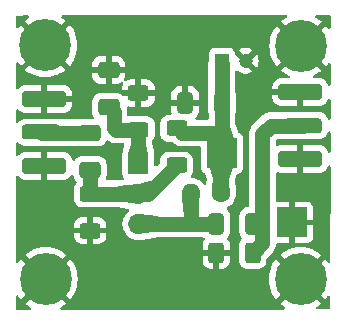
<source format=gbr>
%TF.GenerationSoftware,KiCad,Pcbnew,8.99.0-unknown-f907b58d17~178~ubuntu22.04.1*%
%TF.CreationDate,2024-06-08T22:31:25+05:30*%
%TF.ProjectId,HF-Pre-Amp,48462d50-7265-42d4-916d-702e6b696361,rev?*%
%TF.SameCoordinates,Original*%
%TF.FileFunction,Copper,L1,Top*%
%TF.FilePolarity,Positive*%
%FSLAX46Y46*%
G04 Gerber Fmt 4.6, Leading zero omitted, Abs format (unit mm)*
G04 Created by KiCad (PCBNEW 8.99.0-unknown-f907b58d17~178~ubuntu22.04.1) date 2024-06-08 22:31:25*
%MOMM*%
%LPD*%
G01*
G04 APERTURE LIST*
G04 Aperture macros list*
%AMRoundRect*
0 Rectangle with rounded corners*
0 $1 Rounding radius*
0 $2 $3 $4 $5 $6 $7 $8 $9 X,Y pos of 4 corners*
0 Add a 4 corners polygon primitive as box body*
4,1,4,$2,$3,$4,$5,$6,$7,$8,$9,$2,$3,0*
0 Add four circle primitives for the rounded corners*
1,1,$1+$1,$2,$3*
1,1,$1+$1,$4,$5*
1,1,$1+$1,$6,$7*
1,1,$1+$1,$8,$9*
0 Add four rect primitives between the rounded corners*
20,1,$1+$1,$2,$3,$4,$5,0*
20,1,$1+$1,$4,$5,$6,$7,0*
20,1,$1+$1,$6,$7,$8,$9,0*
20,1,$1+$1,$8,$9,$2,$3,0*%
G04 Aperture macros list end*
%TA.AperFunction,SMDPad,CuDef*%
%ADD10RoundRect,0.250000X-0.412500X-0.650000X0.412500X-0.650000X0.412500X0.650000X-0.412500X0.650000X0*%
%TD*%
%TA.AperFunction,SMDPad,CuDef*%
%ADD11RoundRect,0.250000X-0.400000X-0.625000X0.400000X-0.625000X0.400000X0.625000X-0.400000X0.625000X0*%
%TD*%
%TA.AperFunction,ComponentPad*%
%ADD12R,2.500000X2.500000*%
%TD*%
%TA.AperFunction,ComponentPad*%
%ADD13R,1.700000X1.700000*%
%TD*%
%TA.AperFunction,ComponentPad*%
%ADD14O,1.700000X1.700000*%
%TD*%
%TA.AperFunction,SMDPad,CuDef*%
%ADD15RoundRect,0.250000X-0.650000X0.412500X-0.650000X-0.412500X0.650000X-0.412500X0.650000X0.412500X0*%
%TD*%
%TA.AperFunction,SMDPad,CuDef*%
%ADD16RoundRect,0.250000X-0.625000X0.400000X-0.625000X-0.400000X0.625000X-0.400000X0.625000X0.400000X0*%
%TD*%
%TA.AperFunction,SMDPad,CuDef*%
%ADD17RoundRect,0.250000X1.350000X-0.385000X1.350000X0.385000X-1.350000X0.385000X-1.350000X-0.385000X0*%
%TD*%
%TA.AperFunction,SMDPad,CuDef*%
%ADD18RoundRect,0.250000X1.600000X-0.425000X1.600000X0.425000X-1.600000X0.425000X-1.600000X-0.425000X0*%
%TD*%
%TA.AperFunction,SMDPad,CuDef*%
%ADD19RoundRect,0.250000X-1.350000X0.385000X-1.350000X-0.385000X1.350000X-0.385000X1.350000X0.385000X0*%
%TD*%
%TA.AperFunction,SMDPad,CuDef*%
%ADD20RoundRect,0.250000X-1.600000X0.425000X-1.600000X-0.425000X1.600000X-0.425000X1.600000X0.425000X0*%
%TD*%
%TA.AperFunction,ComponentPad*%
%ADD21C,0.700000*%
%TD*%
%TA.AperFunction,ComponentPad*%
%ADD22C,4.400000*%
%TD*%
%TA.AperFunction,ComponentPad*%
%ADD23R,1.200000X1.200000*%
%TD*%
%TA.AperFunction,ComponentPad*%
%ADD24C,1.200000*%
%TD*%
%TA.AperFunction,ComponentPad*%
%ADD25C,1.600000*%
%TD*%
%TA.AperFunction,ComponentPad*%
%ADD26O,1.600000X1.600000*%
%TD*%
%TA.AperFunction,SMDPad,CuDef*%
%ADD27RoundRect,0.250000X0.625000X-0.400000X0.625000X0.400000X-0.625000X0.400000X-0.625000X-0.400000X0*%
%TD*%
%TA.AperFunction,ViaPad*%
%ADD28C,0.800000*%
%TD*%
%TA.AperFunction,Conductor*%
%ADD29C,1.270000*%
%TD*%
G04 APERTURE END LIST*
D10*
%TO.P,C2,1*%
%TO.N,GND*%
X99677500Y-100500000D03*
%TO.P,C2,2*%
%TO.N,+12V*%
X102802500Y-100500000D03*
%TD*%
D11*
%TO.P,R2,1*%
%TO.N,GND*%
X102310000Y-113190000D03*
%TO.P,R2,2*%
%TO.N,Net-(OUT1-In)*%
X105410000Y-113190000D03*
%TD*%
D12*
%TO.P,VDC1,1,Pin_1*%
%TO.N,+12V*%
X102810000Y-104750000D03*
%TD*%
D13*
%TO.P,Q1,1,E*%
%TO.N,Net-(Q1-E)*%
X95730000Y-105680000D03*
D14*
%TO.P,Q1,2,B*%
%TO.N,Net-(Q1-B)*%
X95730000Y-108220000D03*
%TO.P,Q1,3,C*%
%TO.N,Net-(Q1-C)*%
X95730000Y-110760000D03*
%TD*%
D15*
%TO.P,C1,1*%
%TO.N,Net-(IN1-In)*%
X91630000Y-103040000D03*
%TO.P,C1,2*%
%TO.N,Net-(Q1-B)*%
X91630000Y-106165000D03*
%TD*%
D16*
%TO.P,R5,1*%
%TO.N,GND*%
X95730000Y-99680000D03*
%TO.P,R5,2*%
%TO.N,Net-(Q1-E)*%
X95730000Y-102780000D03*
%TD*%
D17*
%TO.P,OUT1,1,In*%
%TO.N,Net-(OUT1-In)*%
X109680000Y-102435000D03*
D18*
%TO.P,OUT1,2,Ext*%
%TO.N,GND*%
X109430000Y-99610000D03*
X109430000Y-105260000D03*
%TD*%
D19*
%TO.P,IN1,1,In*%
%TO.N,Net-(IN1-In)*%
X87520000Y-103020000D03*
D20*
%TO.P,IN1,2,Ext*%
%TO.N,GND*%
X87770000Y-105845000D03*
X87770000Y-100195000D03*
%TD*%
D21*
%TO.P,H1,1,1*%
%TO.N,GND*%
X86200000Y-95630000D03*
X86683274Y-94463274D03*
X86683274Y-96796726D03*
X87850000Y-93980000D03*
D22*
X87850000Y-95630000D03*
D21*
X87850000Y-97280000D03*
X89016726Y-94463274D03*
X89016726Y-96796726D03*
X89500000Y-95630000D03*
%TD*%
D23*
%TO.P,C3,1*%
%TO.N,+12V*%
X102800000Y-96950000D03*
D24*
%TO.P,C3,2*%
%TO.N,GND*%
X104800000Y-96950000D03*
%TD*%
D12*
%TO.P,GND1,1,Pin_1*%
%TO.N,GND*%
X108760000Y-110640000D03*
%TD*%
D21*
%TO.P,H2,1,1*%
%TO.N,GND*%
X107870000Y-95700000D03*
X108353274Y-94533274D03*
X108353274Y-96866726D03*
X109520000Y-94050000D03*
D22*
X109520000Y-95700000D03*
D21*
X109520000Y-97350000D03*
X110686726Y-94533274D03*
X110686726Y-96866726D03*
X111170000Y-95700000D03*
%TD*%
D10*
%TO.P,C5,1*%
%TO.N,Net-(Q1-C)*%
X102317500Y-110760000D03*
%TO.P,C5,2*%
%TO.N,Net-(OUT1-In)*%
X105442500Y-110760000D03*
%TD*%
D15*
%TO.P,C4,1*%
%TO.N,GND*%
X93210000Y-97730000D03*
%TO.P,C4,2*%
%TO.N,Net-(Q1-E)*%
X93210000Y-100855000D03*
%TD*%
D21*
%TO.P,H3,1,1*%
%TO.N,GND*%
X86230000Y-115430000D03*
X86713274Y-114263274D03*
X86713274Y-116596726D03*
X87880000Y-113780000D03*
D22*
X87880000Y-115430000D03*
D21*
X87880000Y-117080000D03*
X89046726Y-114263274D03*
X89046726Y-116596726D03*
X89530000Y-115430000D03*
%TD*%
D25*
%TO.P,L1,1*%
%TO.N,+12V*%
X102720000Y-108150000D03*
D26*
%TO.P,L1,2*%
%TO.N,Net-(Q1-C)*%
X100180000Y-108150000D03*
%TD*%
D16*
%TO.P,R3,1*%
%TO.N,+12V*%
X98960000Y-102680000D03*
%TO.P,R3,2*%
%TO.N,Net-(Q1-B)*%
X98960000Y-105780000D03*
%TD*%
D27*
%TO.P,R4,1*%
%TO.N,GND*%
X91640000Y-111320000D03*
%TO.P,R4,2*%
%TO.N,Net-(Q1-B)*%
X91640000Y-108220000D03*
%TD*%
D21*
%TO.P,H4,1,1*%
%TO.N,GND*%
X107810000Y-115440000D03*
X108293274Y-114273274D03*
X108293274Y-116606726D03*
X109460000Y-113790000D03*
D22*
X109460000Y-115440000D03*
D21*
X109460000Y-117090000D03*
X110626726Y-114273274D03*
X110626726Y-116606726D03*
X111110000Y-115440000D03*
%TD*%
D28*
%TO.N,GND*%
X104800000Y-102600000D03*
X104800000Y-101400000D03*
X93400000Y-111600000D03*
X93400000Y-110400000D03*
X93600000Y-106200000D03*
X93600000Y-105000000D03*
X97800000Y-99800000D03*
X97800000Y-98600000D03*
X106400000Y-99200000D03*
X106400000Y-98000000D03*
X91000000Y-98200000D03*
X91000000Y-97000000D03*
X86800000Y-112400000D03*
X88200000Y-111200000D03*
X86800000Y-111200000D03*
X86800000Y-110200000D03*
X88200000Y-109000000D03*
X88200000Y-110200000D03*
X86800000Y-109000000D03*
X98600000Y-113800000D03*
X100000000Y-112600000D03*
X100000000Y-113800000D03*
X98600000Y-112600000D03*
X101400000Y-117200000D03*
X99800000Y-117200000D03*
X102800000Y-116000000D03*
X98200000Y-116000000D03*
X102800000Y-117200000D03*
X99800000Y-116000000D03*
X101400000Y-116000000D03*
X98200000Y-117200000D03*
X93600000Y-116000000D03*
X95200000Y-116000000D03*
X92200000Y-117200000D03*
X96800000Y-117200000D03*
X92200000Y-116000000D03*
X95200000Y-117200000D03*
X93600000Y-117200000D03*
X96800000Y-116000000D03*
X100800000Y-96600000D03*
X99400000Y-96600000D03*
X97800000Y-96600000D03*
X96200000Y-96600000D03*
X100800000Y-95400000D03*
X99400000Y-95400000D03*
X97800000Y-95400000D03*
X96200000Y-95400000D03*
%TD*%
D29*
%TO.N,Net-(IN1-In)*%
X91630000Y-103040000D02*
X87540000Y-103040000D01*
%TO.N,Net-(OUT1-In)*%
X106235000Y-103670000D02*
X106235000Y-103120000D01*
X106235000Y-103120000D02*
X106920000Y-102435000D01*
X109680000Y-102435000D02*
X106920000Y-102435000D01*
X106235000Y-112120000D02*
X106235000Y-112365000D01*
X106235000Y-103670000D02*
X106235000Y-112120000D01*
X106235000Y-112365000D02*
X105410000Y-113190000D01*
%TO.N,+12V*%
X102790000Y-103060000D02*
X102810000Y-103080000D01*
X102810000Y-105120000D02*
X102810000Y-103080000D01*
X99420000Y-103060000D02*
X102790000Y-103060000D01*
X102810000Y-103080000D02*
X102810000Y-100507500D01*
X102720000Y-108150000D02*
X102720000Y-104840000D01*
X102785000Y-97200000D02*
X102785000Y-100482500D01*
%TO.N,Net-(Q1-B)*%
X91640000Y-108220000D02*
X91640000Y-106175000D01*
X98960000Y-105780000D02*
X96520000Y-108220000D01*
X95730000Y-108220000D02*
X91640000Y-108220000D01*
X96520000Y-108220000D02*
X95730000Y-108220000D01*
%TO.N,Net-(Q1-E)*%
X95730000Y-102780000D02*
X95730000Y-105680000D01*
X95730000Y-102780000D02*
X93830000Y-102780000D01*
X93830000Y-102780000D02*
X93650000Y-102600000D01*
X93650000Y-102600000D02*
X93650000Y-101295000D01*
X93650000Y-101295000D02*
X93210000Y-100855000D01*
%TO.N,Net-(Q1-C)*%
X95730000Y-110760000D02*
X102137500Y-110760000D01*
X100000000Y-110557500D02*
X100180000Y-110377500D01*
X95730000Y-110760000D02*
X102317500Y-110760000D01*
X100970000Y-110760000D02*
X100000000Y-110760000D01*
X100000000Y-110760000D02*
X100000000Y-110557500D01*
X100180000Y-110377500D02*
X100180000Y-108150000D01*
X102137500Y-110760000D02*
X102277500Y-110620000D01*
X101700000Y-110760000D02*
X100970000Y-110760000D01*
X100000000Y-110760000D02*
X95730000Y-110760000D01*
%TD*%
%TA.AperFunction,Conductor*%
%TO.N,GND*%
G36*
X87040967Y-116146602D02*
G01*
X87163398Y-116269033D01*
X87297262Y-116366290D01*
X86155030Y-117508522D01*
X86155030Y-117508523D01*
X86343423Y-117656118D01*
X86577104Y-117797383D01*
X86624291Y-117848911D01*
X86636130Y-117917770D01*
X86608861Y-117982099D01*
X86551143Y-118021473D01*
X86512954Y-118027500D01*
X85468500Y-118027500D01*
X85401461Y-118007815D01*
X85355706Y-117955011D01*
X85344500Y-117903500D01*
X85344500Y-116899607D01*
X85364185Y-116832568D01*
X85416989Y-116786813D01*
X85486147Y-116776869D01*
X85549703Y-116805894D01*
X85574617Y-116835457D01*
X85653881Y-116966576D01*
X85801476Y-117154968D01*
X86399500Y-116556944D01*
X86513274Y-116556944D01*
X86513274Y-116636508D01*
X86543722Y-116710017D01*
X86599983Y-116766278D01*
X86673492Y-116796726D01*
X86753056Y-116796726D01*
X86826565Y-116766278D01*
X86882826Y-116710017D01*
X86913274Y-116636508D01*
X86913274Y-116556944D01*
X86882826Y-116483435D01*
X86826565Y-116427174D01*
X86753056Y-116396726D01*
X86673492Y-116396726D01*
X86599983Y-116427174D01*
X86543722Y-116483435D01*
X86513274Y-116556944D01*
X86399500Y-116556944D01*
X86943708Y-116012736D01*
X87040967Y-116146602D01*
G37*
%TD.AperFunction*%
%TA.AperFunction,Conductor*%
G36*
X108288708Y-93083185D02*
G01*
X108334463Y-93135989D01*
X108344407Y-93205147D01*
X108315382Y-93268703D01*
X108272559Y-93300576D01*
X108262964Y-93304894D01*
X108262956Y-93304898D01*
X107983422Y-93473881D01*
X107983416Y-93473886D01*
X107795030Y-93621474D01*
X107795029Y-93621476D01*
X108937262Y-94763709D01*
X108803398Y-94860967D01*
X108680967Y-94983398D01*
X108583709Y-95117262D01*
X107959939Y-94493492D01*
X108153274Y-94493492D01*
X108153274Y-94573056D01*
X108183722Y-94646565D01*
X108239983Y-94702826D01*
X108313492Y-94733274D01*
X108393056Y-94733274D01*
X108466565Y-94702826D01*
X108522826Y-94646565D01*
X108553274Y-94573056D01*
X108553274Y-94493492D01*
X108522826Y-94419983D01*
X108466565Y-94363722D01*
X108393056Y-94333274D01*
X108313492Y-94333274D01*
X108239983Y-94363722D01*
X108183722Y-94419983D01*
X108153274Y-94493492D01*
X107959939Y-94493492D01*
X107441476Y-93975029D01*
X107441474Y-93975030D01*
X107293886Y-94163416D01*
X107293881Y-94163422D01*
X107124898Y-94442956D01*
X107124897Y-94442958D01*
X106990839Y-94740824D01*
X106990835Y-94740835D01*
X106893667Y-95052658D01*
X106834786Y-95373961D01*
X106815065Y-95700000D01*
X106834786Y-96026038D01*
X106893667Y-96347341D01*
X106990835Y-96659164D01*
X106990839Y-96659175D01*
X107124897Y-96957041D01*
X107124898Y-96957043D01*
X107293881Y-97236576D01*
X107441476Y-97424968D01*
X108039500Y-96826944D01*
X108153274Y-96826944D01*
X108153274Y-96906508D01*
X108183722Y-96980017D01*
X108239983Y-97036278D01*
X108313492Y-97066726D01*
X108393056Y-97066726D01*
X108466565Y-97036278D01*
X108522826Y-96980017D01*
X108553274Y-96906508D01*
X108553274Y-96826944D01*
X108522826Y-96753435D01*
X108466565Y-96697174D01*
X108393056Y-96666726D01*
X108313492Y-96666726D01*
X108239983Y-96697174D01*
X108183722Y-96753435D01*
X108153274Y-96826944D01*
X108039500Y-96826944D01*
X108583708Y-96282736D01*
X108680967Y-96416602D01*
X108803398Y-96539033D01*
X108937262Y-96636290D01*
X107795030Y-97778522D01*
X107795030Y-97778523D01*
X107983423Y-97926118D01*
X108262956Y-98095101D01*
X108262958Y-98095102D01*
X108491421Y-98197924D01*
X108544475Y-98243388D01*
X108564528Y-98310318D01*
X108545212Y-98377465D01*
X108492661Y-98423509D01*
X108440530Y-98435000D01*
X107780028Y-98435000D01*
X107780012Y-98435001D01*
X107677302Y-98445494D01*
X107510880Y-98500641D01*
X107510875Y-98500643D01*
X107361654Y-98592684D01*
X107237684Y-98716654D01*
X107145643Y-98865875D01*
X107145641Y-98865880D01*
X107090494Y-99032302D01*
X107090493Y-99032309D01*
X107080000Y-99135013D01*
X107080000Y-99360000D01*
X109556000Y-99360000D01*
X109623039Y-99379685D01*
X109668794Y-99432489D01*
X109680000Y-99484000D01*
X109680000Y-100784999D01*
X111079972Y-100784999D01*
X111079986Y-100784998D01*
X111182697Y-100774505D01*
X111349119Y-100719358D01*
X111349124Y-100719356D01*
X111498345Y-100627315D01*
X111622315Y-100503345D01*
X111714356Y-100354124D01*
X111714358Y-100354119D01*
X111758394Y-100221228D01*
X111798166Y-100163783D01*
X111862682Y-100136960D01*
X111931458Y-100149275D01*
X111982658Y-100196818D01*
X112000100Y-100260232D01*
X112000100Y-101823177D01*
X111980415Y-101890216D01*
X111927611Y-101935971D01*
X111858453Y-101945915D01*
X111794897Y-101916890D01*
X111758394Y-101862181D01*
X111745469Y-101823177D01*
X111714814Y-101730666D01*
X111622712Y-101581344D01*
X111498656Y-101457288D01*
X111377711Y-101382689D01*
X111349336Y-101365187D01*
X111349331Y-101365185D01*
X111326845Y-101357734D01*
X111182797Y-101310001D01*
X111182795Y-101310000D01*
X111080016Y-101299500D01*
X111080009Y-101299500D01*
X109769368Y-101299500D01*
X109769366Y-101299500D01*
X106830634Y-101299500D01*
X106771790Y-101308820D01*
X106654101Y-101327460D01*
X106654098Y-101327460D01*
X106484121Y-101382689D01*
X106484118Y-101382690D01*
X106324866Y-101463834D01*
X106241116Y-101524681D01*
X106241115Y-101524680D01*
X106180276Y-101568884D01*
X106180267Y-101568891D01*
X105495272Y-102253889D01*
X105368891Y-102380269D01*
X105368890Y-102380270D01*
X105263831Y-102524869D01*
X105182691Y-102684119D01*
X105180572Y-102690640D01*
X105180571Y-102690639D01*
X105127458Y-102854105D01*
X105127457Y-102854107D01*
X105105835Y-102990634D01*
X105105835Y-102990636D01*
X105099500Y-103030630D01*
X105099500Y-109235568D01*
X105079815Y-109302607D01*
X105027011Y-109348362D01*
X104983122Y-109359089D01*
X104983132Y-109359180D01*
X104982483Y-109359246D01*
X104981830Y-109359406D01*
X104980007Y-109359499D01*
X104877203Y-109370000D01*
X104877200Y-109370001D01*
X104710668Y-109425185D01*
X104710663Y-109425187D01*
X104561342Y-109517289D01*
X104437289Y-109641342D01*
X104345187Y-109790663D01*
X104345186Y-109790666D01*
X104290001Y-109957203D01*
X104290001Y-109957204D01*
X104290000Y-109957204D01*
X104279500Y-110059983D01*
X104279500Y-111460001D01*
X104279501Y-111460018D01*
X104290000Y-111562796D01*
X104290001Y-111562799D01*
X104312732Y-111631395D01*
X104345186Y-111729334D01*
X104433612Y-111872697D01*
X104437289Y-111878657D01*
X104448451Y-111889819D01*
X104481936Y-111951142D01*
X104476952Y-112020834D01*
X104448451Y-112065181D01*
X104417289Y-112096342D01*
X104325187Y-112245663D01*
X104325185Y-112245668D01*
X104303101Y-112312315D01*
X104270001Y-112412203D01*
X104270001Y-112412204D01*
X104270000Y-112412204D01*
X104259500Y-112514983D01*
X104259500Y-113865001D01*
X104259501Y-113865018D01*
X104270000Y-113967796D01*
X104270001Y-113967799D01*
X104308364Y-114083568D01*
X104325186Y-114134334D01*
X104417288Y-114283656D01*
X104541344Y-114407712D01*
X104690666Y-114499814D01*
X104857203Y-114554999D01*
X104959991Y-114565500D01*
X105860008Y-114565499D01*
X105860016Y-114565498D01*
X105860019Y-114565498D01*
X105916302Y-114559748D01*
X105962797Y-114554999D01*
X106129334Y-114499814D01*
X106278656Y-114407712D01*
X106402712Y-114283656D01*
X106494814Y-114134334D01*
X106549999Y-113967797D01*
X106560500Y-113865009D01*
X106560499Y-113696700D01*
X106580183Y-113629661D01*
X106596813Y-113609024D01*
X107101111Y-113104729D01*
X107145319Y-113043881D01*
X107206167Y-112960132D01*
X107287309Y-112800881D01*
X107302287Y-112754786D01*
X107302504Y-112754119D01*
X107318886Y-112703698D01*
X107342541Y-112630897D01*
X107352240Y-112569653D01*
X107364128Y-112494602D01*
X107394057Y-112431467D01*
X107453369Y-112394536D01*
X107486601Y-112390000D01*
X108510000Y-112390000D01*
X108510000Y-111188482D01*
X108528409Y-111199111D01*
X108681009Y-111240000D01*
X108838991Y-111240000D01*
X108991591Y-111199111D01*
X109010000Y-111188482D01*
X109010000Y-112390000D01*
X110057828Y-112390000D01*
X110057844Y-112389999D01*
X110117372Y-112383598D01*
X110117379Y-112383596D01*
X110252086Y-112333354D01*
X110252093Y-112333350D01*
X110367187Y-112247190D01*
X110367190Y-112247187D01*
X110453350Y-112132093D01*
X110453354Y-112132086D01*
X110503596Y-111997379D01*
X110503598Y-111997372D01*
X110509999Y-111937844D01*
X110510000Y-111937827D01*
X110510000Y-110890000D01*
X109308482Y-110890000D01*
X109319111Y-110871591D01*
X109360000Y-110718991D01*
X109360000Y-110561009D01*
X109319111Y-110408409D01*
X109308482Y-110390000D01*
X110510000Y-110390000D01*
X110510000Y-109342172D01*
X110509999Y-109342155D01*
X110503598Y-109282627D01*
X110503596Y-109282620D01*
X110453354Y-109147913D01*
X110453350Y-109147906D01*
X110367190Y-109032812D01*
X110367187Y-109032809D01*
X110252093Y-108946649D01*
X110252086Y-108946645D01*
X110117379Y-108896403D01*
X110117372Y-108896401D01*
X110057844Y-108890000D01*
X109010000Y-108890000D01*
X109010000Y-110091517D01*
X108991591Y-110080889D01*
X108838991Y-110040000D01*
X108681009Y-110040000D01*
X108528409Y-110080889D01*
X108510000Y-110091517D01*
X108510000Y-108890000D01*
X107494500Y-108890000D01*
X107427461Y-108870315D01*
X107381706Y-108817511D01*
X107370500Y-108766000D01*
X107370500Y-106494561D01*
X107390185Y-106427522D01*
X107442989Y-106381767D01*
X107512147Y-106371823D01*
X107533504Y-106376855D01*
X107677302Y-106424505D01*
X107677309Y-106424506D01*
X107780019Y-106434999D01*
X109179999Y-106434999D01*
X109180000Y-106434998D01*
X109180000Y-104085000D01*
X107780028Y-104085000D01*
X107780012Y-104085001D01*
X107677302Y-104095494D01*
X107533504Y-104143144D01*
X107463675Y-104145546D01*
X107403634Y-104109814D01*
X107372441Y-104047293D01*
X107370500Y-104025438D01*
X107370500Y-103694500D01*
X107390185Y-103627461D01*
X107442989Y-103581706D01*
X107494500Y-103570500D01*
X109779356Y-103570500D01*
X109779368Y-103570499D01*
X111080002Y-103570499D01*
X111080008Y-103570499D01*
X111182797Y-103559999D01*
X111349334Y-103504814D01*
X111498656Y-103412712D01*
X111622712Y-103288656D01*
X111714814Y-103139334D01*
X111758394Y-103007815D01*
X111798167Y-102950372D01*
X111862682Y-102923549D01*
X111931458Y-102935864D01*
X111982658Y-102983407D01*
X112000100Y-103046821D01*
X112000100Y-103817507D01*
X111998207Y-104604353D01*
X111978361Y-104671345D01*
X111925447Y-104716973D01*
X111856265Y-104726750D01*
X111792779Y-104697572D01*
X111756501Y-104643059D01*
X111714358Y-104515880D01*
X111714356Y-104515875D01*
X111622315Y-104366654D01*
X111498345Y-104242684D01*
X111349124Y-104150643D01*
X111349119Y-104150641D01*
X111182697Y-104095494D01*
X111182690Y-104095493D01*
X111079986Y-104085000D01*
X109680000Y-104085000D01*
X109680000Y-106434999D01*
X111079972Y-106434999D01*
X111079986Y-106434998D01*
X111182697Y-106424505D01*
X111349119Y-106369358D01*
X111349124Y-106369356D01*
X111498345Y-106277315D01*
X111622315Y-106153345D01*
X111714356Y-106004124D01*
X111714359Y-106004117D01*
X111753323Y-105886530D01*
X111793095Y-105829085D01*
X111857610Y-105802261D01*
X111926386Y-105814576D01*
X111977587Y-105862118D01*
X111995029Y-105925831D01*
X111975762Y-113938040D01*
X111955916Y-114005032D01*
X111903002Y-114050660D01*
X111833820Y-114060437D01*
X111770334Y-114031259D01*
X111745645Y-114001892D01*
X111686118Y-113903423D01*
X111538522Y-113715030D01*
X110396290Y-114857262D01*
X110299033Y-114723398D01*
X110176602Y-114600967D01*
X110042736Y-114503709D01*
X110312953Y-114233492D01*
X110426726Y-114233492D01*
X110426726Y-114313056D01*
X110457174Y-114386565D01*
X110513435Y-114442826D01*
X110586944Y-114473274D01*
X110666508Y-114473274D01*
X110740017Y-114442826D01*
X110796278Y-114386565D01*
X110826726Y-114313056D01*
X110826726Y-114233492D01*
X110796278Y-114159983D01*
X110740017Y-114103722D01*
X110666508Y-114073274D01*
X110586944Y-114073274D01*
X110513435Y-114103722D01*
X110457174Y-114159983D01*
X110426726Y-114233492D01*
X110312953Y-114233492D01*
X111184968Y-113361476D01*
X110996576Y-113213881D01*
X110717043Y-113044898D01*
X110717041Y-113044897D01*
X110419175Y-112910839D01*
X110419164Y-112910835D01*
X110107341Y-112813667D01*
X109786038Y-112754786D01*
X109460000Y-112735065D01*
X109133961Y-112754786D01*
X108812658Y-112813667D01*
X108500835Y-112910835D01*
X108500824Y-112910839D01*
X108202958Y-113044897D01*
X108202956Y-113044898D01*
X107923422Y-113213881D01*
X107923416Y-113213886D01*
X107735030Y-113361474D01*
X107735029Y-113361476D01*
X108877262Y-114503709D01*
X108743398Y-114600967D01*
X108620967Y-114723398D01*
X108523709Y-114857262D01*
X107899939Y-114233492D01*
X108093274Y-114233492D01*
X108093274Y-114313056D01*
X108123722Y-114386565D01*
X108179983Y-114442826D01*
X108253492Y-114473274D01*
X108333056Y-114473274D01*
X108406565Y-114442826D01*
X108462826Y-114386565D01*
X108493274Y-114313056D01*
X108493274Y-114233492D01*
X108462826Y-114159983D01*
X108406565Y-114103722D01*
X108333056Y-114073274D01*
X108253492Y-114073274D01*
X108179983Y-114103722D01*
X108123722Y-114159983D01*
X108093274Y-114233492D01*
X107899939Y-114233492D01*
X107381476Y-113715029D01*
X107381474Y-113715030D01*
X107233886Y-113903416D01*
X107233881Y-113903422D01*
X107064898Y-114182956D01*
X107064897Y-114182958D01*
X106930839Y-114480824D01*
X106930835Y-114480835D01*
X106833667Y-114792658D01*
X106774786Y-115113961D01*
X106755065Y-115440000D01*
X106774786Y-115766038D01*
X106833667Y-116087341D01*
X106930835Y-116399164D01*
X106930839Y-116399175D01*
X107064897Y-116697041D01*
X107064898Y-116697043D01*
X107233881Y-116976576D01*
X107381476Y-117164968D01*
X107979500Y-116566944D01*
X108093274Y-116566944D01*
X108093274Y-116646508D01*
X108123722Y-116720017D01*
X108179983Y-116776278D01*
X108253492Y-116806726D01*
X108333056Y-116806726D01*
X108406565Y-116776278D01*
X108462826Y-116720017D01*
X108493274Y-116646508D01*
X108493274Y-116566944D01*
X108462826Y-116493435D01*
X108406565Y-116437174D01*
X108333056Y-116406726D01*
X108253492Y-116406726D01*
X108179983Y-116437174D01*
X108123722Y-116493435D01*
X108093274Y-116566944D01*
X107979500Y-116566944D01*
X108523708Y-116022736D01*
X108620967Y-116156602D01*
X108743398Y-116279033D01*
X108877262Y-116376290D01*
X107735030Y-117518522D01*
X107735030Y-117518523D01*
X107923424Y-117666119D01*
X107923428Y-117666122D01*
X108108803Y-117778184D01*
X108155991Y-117829711D01*
X108167830Y-117898571D01*
X108140562Y-117962899D01*
X108082843Y-118002274D01*
X108044980Y-118008301D01*
X100738298Y-118027500D01*
X89247046Y-118027500D01*
X89180007Y-118007815D01*
X89134252Y-117955011D01*
X89124308Y-117885853D01*
X89153333Y-117822297D01*
X89182896Y-117797383D01*
X89416586Y-117656112D01*
X89604968Y-117508523D01*
X89604968Y-117508522D01*
X88653391Y-116556944D01*
X88846726Y-116556944D01*
X88846726Y-116636508D01*
X88877174Y-116710017D01*
X88933435Y-116766278D01*
X89006944Y-116796726D01*
X89086508Y-116796726D01*
X89160017Y-116766278D01*
X89216278Y-116710017D01*
X89246726Y-116636508D01*
X89246726Y-116556944D01*
X89216278Y-116483435D01*
X89160017Y-116427174D01*
X89086508Y-116396726D01*
X89006944Y-116396726D01*
X88933435Y-116427174D01*
X88877174Y-116483435D01*
X88846726Y-116556944D01*
X88653391Y-116556944D01*
X88462737Y-116366290D01*
X88596602Y-116269033D01*
X88719033Y-116146602D01*
X88816290Y-116012737D01*
X89958522Y-117154968D01*
X89958523Y-117154968D01*
X90106112Y-116966586D01*
X90275101Y-116687043D01*
X90275102Y-116687041D01*
X90409160Y-116389175D01*
X90409164Y-116389164D01*
X90506332Y-116077341D01*
X90565213Y-115756038D01*
X90584934Y-115430000D01*
X90565213Y-115103961D01*
X90506332Y-114782658D01*
X90409164Y-114470835D01*
X90409160Y-114470824D01*
X90275102Y-114172958D01*
X90275101Y-114172956D01*
X90106118Y-113893423D01*
X90083839Y-113864986D01*
X101160001Y-113864986D01*
X101170494Y-113967697D01*
X101225641Y-114134119D01*
X101225643Y-114134124D01*
X101317684Y-114283345D01*
X101441654Y-114407315D01*
X101590875Y-114499356D01*
X101590880Y-114499358D01*
X101757302Y-114554505D01*
X101757309Y-114554506D01*
X101860019Y-114564999D01*
X102059999Y-114564999D01*
X102560000Y-114564999D01*
X102759972Y-114564999D01*
X102759986Y-114564998D01*
X102862697Y-114554505D01*
X103029119Y-114499358D01*
X103029124Y-114499356D01*
X103178345Y-114407315D01*
X103302315Y-114283345D01*
X103394356Y-114134124D01*
X103394358Y-114134119D01*
X103449505Y-113967697D01*
X103449506Y-113967690D01*
X103459999Y-113864986D01*
X103460000Y-113864973D01*
X103460000Y-113440000D01*
X102560000Y-113440000D01*
X102560000Y-114564999D01*
X102059999Y-114564999D01*
X102060000Y-114564998D01*
X102060000Y-113440000D01*
X101160001Y-113440000D01*
X101160001Y-113864986D01*
X90083839Y-113864986D01*
X89958522Y-113705030D01*
X88816290Y-114847262D01*
X88719033Y-114713398D01*
X88596602Y-114590967D01*
X88462736Y-114493709D01*
X88732953Y-114223492D01*
X88846726Y-114223492D01*
X88846726Y-114303056D01*
X88877174Y-114376565D01*
X88933435Y-114432826D01*
X89006944Y-114463274D01*
X89086508Y-114463274D01*
X89160017Y-114432826D01*
X89216278Y-114376565D01*
X89246726Y-114303056D01*
X89246726Y-114223492D01*
X89216278Y-114149983D01*
X89160017Y-114093722D01*
X89086508Y-114063274D01*
X89006944Y-114063274D01*
X88933435Y-114093722D01*
X88877174Y-114149983D01*
X88846726Y-114223492D01*
X88732953Y-114223492D01*
X89604968Y-113351476D01*
X89416576Y-113203881D01*
X89137043Y-113034898D01*
X89137041Y-113034897D01*
X88839175Y-112900839D01*
X88839164Y-112900835D01*
X88527341Y-112803667D01*
X88206038Y-112744786D01*
X87880000Y-112725065D01*
X87553961Y-112744786D01*
X87232658Y-112803667D01*
X86920835Y-112900835D01*
X86920824Y-112900839D01*
X86622958Y-113034897D01*
X86622956Y-113034898D01*
X86343422Y-113203881D01*
X86343416Y-113203886D01*
X86155030Y-113351474D01*
X86155029Y-113351476D01*
X87297262Y-114493709D01*
X87163398Y-114590967D01*
X87040967Y-114713398D01*
X86943709Y-114847262D01*
X86319939Y-114223492D01*
X86513274Y-114223492D01*
X86513274Y-114303056D01*
X86543722Y-114376565D01*
X86599983Y-114432826D01*
X86673492Y-114463274D01*
X86753056Y-114463274D01*
X86826565Y-114432826D01*
X86882826Y-114376565D01*
X86913274Y-114303056D01*
X86913274Y-114223492D01*
X86882826Y-114149983D01*
X86826565Y-114093722D01*
X86753056Y-114063274D01*
X86673492Y-114063274D01*
X86599983Y-114093722D01*
X86543722Y-114149983D01*
X86513274Y-114223492D01*
X86319939Y-114223492D01*
X85801476Y-113705029D01*
X85801474Y-113705030D01*
X85653886Y-113893416D01*
X85653881Y-113893422D01*
X85574617Y-114024542D01*
X85523089Y-114071729D01*
X85454230Y-114083568D01*
X85389901Y-114056299D01*
X85350527Y-113998580D01*
X85344500Y-113960392D01*
X85344500Y-111769986D01*
X90265001Y-111769986D01*
X90275494Y-111872697D01*
X90330641Y-112039119D01*
X90330643Y-112039124D01*
X90422684Y-112188345D01*
X90546654Y-112312315D01*
X90695875Y-112404356D01*
X90695880Y-112404358D01*
X90862302Y-112459505D01*
X90862309Y-112459506D01*
X90965019Y-112469999D01*
X91389999Y-112469999D01*
X91890000Y-112469999D01*
X92314972Y-112469999D01*
X92314986Y-112469998D01*
X92417697Y-112459505D01*
X92584119Y-112404358D01*
X92584124Y-112404356D01*
X92733345Y-112312315D01*
X92857315Y-112188345D01*
X92949356Y-112039124D01*
X92949358Y-112039119D01*
X93004505Y-111872697D01*
X93004506Y-111872690D01*
X93014999Y-111769986D01*
X93015000Y-111769973D01*
X93015000Y-111570000D01*
X91890000Y-111570000D01*
X91890000Y-112469999D01*
X91389999Y-112469999D01*
X91390000Y-112469998D01*
X91390000Y-111570000D01*
X90265001Y-111570000D01*
X90265001Y-111769986D01*
X85344500Y-111769986D01*
X85344500Y-110870013D01*
X90265000Y-110870013D01*
X90265000Y-111070000D01*
X91390000Y-111070000D01*
X91890000Y-111070000D01*
X93014999Y-111070000D01*
X93014999Y-110870028D01*
X93014998Y-110870013D01*
X93004505Y-110767302D01*
X92949358Y-110600880D01*
X92949356Y-110600875D01*
X92857315Y-110451654D01*
X92733345Y-110327684D01*
X92584124Y-110235643D01*
X92584119Y-110235641D01*
X92417697Y-110180494D01*
X92417690Y-110180493D01*
X92314986Y-110170000D01*
X91890000Y-110170000D01*
X91890000Y-111070000D01*
X91390000Y-111070000D01*
X91390000Y-110170000D01*
X90965028Y-110170000D01*
X90965012Y-110170001D01*
X90862302Y-110180494D01*
X90695880Y-110235641D01*
X90695875Y-110235643D01*
X90546654Y-110327684D01*
X90422684Y-110451654D01*
X90330643Y-110600875D01*
X90330641Y-110600880D01*
X90275494Y-110767302D01*
X90275493Y-110767309D01*
X90265000Y-110870013D01*
X85344500Y-110870013D01*
X85344500Y-109543074D01*
X85347850Y-108149998D01*
X85351077Y-106807895D01*
X85370923Y-106740905D01*
X85423837Y-106695277D01*
X85493019Y-106685500D01*
X85556505Y-106714678D01*
X85572346Y-106733353D01*
X85573202Y-106732677D01*
X85577683Y-106738344D01*
X85701654Y-106862315D01*
X85850875Y-106954356D01*
X85850880Y-106954358D01*
X86017302Y-107009505D01*
X86017309Y-107009506D01*
X86120019Y-107019999D01*
X87519999Y-107019999D01*
X87520000Y-107019998D01*
X87520000Y-104670000D01*
X86120028Y-104670000D01*
X86120012Y-104670001D01*
X86017302Y-104680494D01*
X85850880Y-104735641D01*
X85850875Y-104735643D01*
X85701654Y-104827684D01*
X85577677Y-104951661D01*
X85576981Y-104952542D01*
X85576351Y-104952987D01*
X85572576Y-104956763D01*
X85571930Y-104956117D01*
X85519955Y-104992912D01*
X85450155Y-104996043D01*
X85389744Y-104960940D01*
X85357900Y-104898749D01*
X85355724Y-104875328D01*
X85357943Y-103952697D01*
X85377789Y-103885706D01*
X85430703Y-103840078D01*
X85499885Y-103830301D01*
X85563371Y-103859479D01*
X85572099Y-103868630D01*
X85572181Y-103868549D01*
X85577288Y-103873656D01*
X85701344Y-103997712D01*
X85850666Y-104089814D01*
X86017203Y-104144999D01*
X86119991Y-104155500D01*
X87314598Y-104155499D01*
X87333996Y-104157026D01*
X87400372Y-104167539D01*
X87450634Y-104175500D01*
X90755894Y-104175500D01*
X90794897Y-104181794D01*
X90809148Y-104186516D01*
X90827203Y-104192499D01*
X90929991Y-104203000D01*
X92330008Y-104202999D01*
X92432797Y-104192499D01*
X92599334Y-104137314D01*
X92748656Y-104045212D01*
X92872712Y-103921156D01*
X92964814Y-103771834D01*
X92969376Y-103758064D01*
X93009145Y-103700621D01*
X93073660Y-103673796D01*
X93142436Y-103686108D01*
X93159967Y-103696749D01*
X93206929Y-103730868D01*
X93234868Y-103751167D01*
X93394119Y-103832309D01*
X93394121Y-103832310D01*
X93505904Y-103868630D01*
X93564103Y-103887540D01*
X93740634Y-103915500D01*
X94430624Y-103915500D01*
X94497663Y-103935185D01*
X94543418Y-103987989D01*
X94553362Y-104057147D01*
X94550838Y-104069907D01*
X94391562Y-104699602D01*
X94391559Y-104699617D01*
X94390582Y-104704811D01*
X94387340Y-104716461D01*
X94385908Y-104722518D01*
X94384634Y-104734368D01*
X94383210Y-104744015D01*
X94380007Y-104761051D01*
X94379650Y-104763913D01*
X94379649Y-104763924D01*
X94378633Y-104880393D01*
X94379500Y-104894780D01*
X94379500Y-106577870D01*
X94379501Y-106577876D01*
X94385908Y-106637483D01*
X94436202Y-106772328D01*
X94436203Y-106772330D01*
X94480671Y-106831731D01*
X94505088Y-106897195D01*
X94490237Y-106965468D01*
X94440832Y-107014874D01*
X94396963Y-107029062D01*
X93976815Y-107082199D01*
X93974861Y-107082490D01*
X93970460Y-107083146D01*
X93952190Y-107084500D01*
X93071235Y-107084500D01*
X93004196Y-107064815D01*
X92958441Y-107012011D01*
X92948497Y-106942853D01*
X92962653Y-106903798D01*
X92961760Y-106903382D01*
X92964808Y-106896843D01*
X92964814Y-106896834D01*
X93019999Y-106730297D01*
X93030500Y-106627509D01*
X93030499Y-105702492D01*
X93019999Y-105599703D01*
X92964814Y-105433166D01*
X92872712Y-105283844D01*
X92748656Y-105159788D01*
X92599334Y-105067686D01*
X92432797Y-105012501D01*
X92432795Y-105012500D01*
X92330010Y-105002000D01*
X90929998Y-105002000D01*
X90929981Y-105002001D01*
X90827203Y-105012500D01*
X90827200Y-105012501D01*
X90660668Y-105067685D01*
X90660663Y-105067687D01*
X90511342Y-105159789D01*
X90387287Y-105283844D01*
X90342196Y-105356948D01*
X90290248Y-105403672D01*
X90221285Y-105414893D01*
X90157203Y-105387049D01*
X90118348Y-105328980D01*
X90113300Y-105304449D01*
X90109506Y-105267303D01*
X90054358Y-105100880D01*
X90054356Y-105100875D01*
X89962315Y-104951654D01*
X89838345Y-104827684D01*
X89689124Y-104735643D01*
X89689119Y-104735641D01*
X89522697Y-104680494D01*
X89522690Y-104680493D01*
X89419986Y-104670000D01*
X88020000Y-104670000D01*
X88020000Y-107019999D01*
X89419972Y-107019999D01*
X89419986Y-107019998D01*
X89522697Y-107009505D01*
X89689119Y-106954358D01*
X89689124Y-106954356D01*
X89838345Y-106862315D01*
X89962317Y-106738343D01*
X90009477Y-106661884D01*
X90061424Y-106615159D01*
X90130387Y-106603936D01*
X90194469Y-106631779D01*
X90233326Y-106689847D01*
X90238374Y-106714374D01*
X90240001Y-106730298D01*
X90240001Y-106730299D01*
X90295185Y-106896831D01*
X90295187Y-106896836D01*
X90299225Y-106903382D01*
X90376744Y-107029062D01*
X90387289Y-107046157D01*
X90468181Y-107127049D01*
X90501666Y-107188372D01*
X90504500Y-107214730D01*
X90504500Y-107217770D01*
X90484815Y-107284809D01*
X90468181Y-107305451D01*
X90422289Y-107351342D01*
X90330187Y-107500663D01*
X90330186Y-107500666D01*
X90275001Y-107667203D01*
X90275001Y-107667204D01*
X90275000Y-107667204D01*
X90264500Y-107769983D01*
X90264500Y-108670001D01*
X90264501Y-108670019D01*
X90275000Y-108772796D01*
X90275001Y-108772799D01*
X90301121Y-108851623D01*
X90330186Y-108939334D01*
X90422288Y-109088656D01*
X90546344Y-109212712D01*
X90695666Y-109304814D01*
X90862203Y-109359999D01*
X90964991Y-109370500D01*
X92315008Y-109370499D01*
X92417797Y-109359999D01*
X92417799Y-109359998D01*
X92417801Y-109359998D01*
X92424420Y-109358582D01*
X92424682Y-109359809D01*
X92451385Y-109355500D01*
X93953034Y-109355500D01*
X93972390Y-109357414D01*
X93972412Y-109357243D01*
X93976804Y-109357798D01*
X93976806Y-109357799D01*
X94844909Y-109467588D01*
X94908949Y-109495528D01*
X94947717Y-109553656D01*
X94948905Y-109623516D01*
X94912135Y-109682927D01*
X94900475Y-109692182D01*
X94858598Y-109721504D01*
X94691505Y-109888597D01*
X94555965Y-110082169D01*
X94555964Y-110082171D01*
X94456098Y-110296335D01*
X94456094Y-110296344D01*
X94394938Y-110524586D01*
X94394936Y-110524596D01*
X94374341Y-110759999D01*
X94374341Y-110760000D01*
X94394936Y-110995403D01*
X94394938Y-110995413D01*
X94456094Y-111223655D01*
X94456096Y-111223659D01*
X94456097Y-111223663D01*
X94555965Y-111437830D01*
X94555967Y-111437834D01*
X94664281Y-111592521D01*
X94691505Y-111631401D01*
X94858599Y-111798495D01*
X94955384Y-111866265D01*
X95052165Y-111934032D01*
X95052167Y-111934033D01*
X95052170Y-111934035D01*
X95266337Y-112033903D01*
X95266343Y-112033904D01*
X95266344Y-112033905D01*
X95285822Y-112039124D01*
X95494592Y-112095063D01*
X95730000Y-112115659D01*
X95791696Y-112110260D01*
X95804610Y-112109807D01*
X95806577Y-112109841D01*
X95826860Y-112107275D01*
X95831565Y-112106772D01*
X95965408Y-112095063D01*
X95994791Y-112087189D01*
X96011304Y-112083948D01*
X97483193Y-111897799D01*
X97489535Y-111896853D01*
X97507810Y-111895500D01*
X99910634Y-111895500D01*
X100089366Y-111895500D01*
X100880634Y-111895500D01*
X101220611Y-111895500D01*
X101287650Y-111915185D01*
X101333405Y-111967989D01*
X101343349Y-112037147D01*
X101320635Y-112089991D01*
X101321475Y-112090509D01*
X101317970Y-112096190D01*
X101317875Y-112096413D01*
X101317685Y-112096652D01*
X101225643Y-112245875D01*
X101225641Y-112245880D01*
X101170494Y-112412302D01*
X101170493Y-112412309D01*
X101160000Y-112515013D01*
X101160000Y-112940000D01*
X103459999Y-112940000D01*
X103459999Y-112515028D01*
X103459998Y-112515013D01*
X103449505Y-112412302D01*
X103394358Y-112245880D01*
X103394356Y-112245875D01*
X103302315Y-112096654D01*
X103291195Y-112085534D01*
X103257710Y-112024211D01*
X103262694Y-111954519D01*
X103291193Y-111910174D01*
X103322712Y-111878656D01*
X103414814Y-111729334D01*
X103469999Y-111562797D01*
X103480500Y-111460009D01*
X103480499Y-110059992D01*
X103469999Y-109957203D01*
X103414814Y-109790666D01*
X103322712Y-109641344D01*
X103217797Y-109536429D01*
X103184312Y-109475106D01*
X103189296Y-109405414D01*
X103231168Y-109349481D01*
X103253068Y-109336369D01*
X103372734Y-109280568D01*
X103559139Y-109150047D01*
X103720047Y-108989139D01*
X103850568Y-108802734D01*
X103946739Y-108596496D01*
X104005635Y-108376692D01*
X104025468Y-108150000D01*
X104021658Y-108106462D01*
X104021286Y-108090693D01*
X104021504Y-108085261D01*
X104010380Y-107977400D01*
X104010206Y-107975562D01*
X104005635Y-107923311D01*
X104005635Y-107923308D01*
X104005633Y-107923302D01*
X104004694Y-107917974D01*
X104005018Y-107917916D01*
X104003266Y-107908420D01*
X103910919Y-107012929D01*
X103919363Y-106953588D01*
X104075206Y-106569534D01*
X104118654Y-106514817D01*
X104161592Y-106495483D01*
X104167477Y-106494091D01*
X104167483Y-106494091D01*
X104302331Y-106443796D01*
X104417546Y-106357546D01*
X104503796Y-106242331D01*
X104554091Y-106107483D01*
X104560500Y-106047873D01*
X104560499Y-103452128D01*
X104554824Y-103399334D01*
X104554091Y-103392516D01*
X104503797Y-103257671D01*
X104503793Y-103257664D01*
X104417547Y-103142455D01*
X104417544Y-103142452D01*
X104302335Y-103056206D01*
X104302332Y-103056205D01*
X104302331Y-103056204D01*
X104221371Y-103026007D01*
X104165440Y-102984137D01*
X104148224Y-102952343D01*
X104142209Y-102935864D01*
X103953017Y-102417526D01*
X103945500Y-102375010D01*
X103945500Y-101351472D01*
X103951794Y-101312468D01*
X103954999Y-101302797D01*
X103965500Y-101200009D01*
X103965499Y-100084986D01*
X107080001Y-100084986D01*
X107090494Y-100187697D01*
X107145641Y-100354119D01*
X107145643Y-100354124D01*
X107237684Y-100503345D01*
X107361654Y-100627315D01*
X107510875Y-100719356D01*
X107510880Y-100719358D01*
X107677302Y-100774505D01*
X107677309Y-100774506D01*
X107780019Y-100784999D01*
X109179999Y-100784999D01*
X109180000Y-100784998D01*
X109180000Y-99860000D01*
X107080001Y-99860000D01*
X107080001Y-100084986D01*
X103965499Y-100084986D01*
X103965499Y-99799992D01*
X103954999Y-99697203D01*
X103953275Y-99692000D01*
X103926794Y-99612085D01*
X103920500Y-99573081D01*
X103920500Y-97917543D01*
X103940185Y-97850504D01*
X103992989Y-97804749D01*
X104062147Y-97794805D01*
X104125703Y-97823830D01*
X104128040Y-97825908D01*
X104134260Y-97831578D01*
X104307584Y-97938897D01*
X104497678Y-98012539D01*
X104698072Y-98050000D01*
X104901928Y-98050000D01*
X105102322Y-98012539D01*
X105292412Y-97938899D01*
X105292416Y-97938897D01*
X105380686Y-97884241D01*
X105380686Y-97884240D01*
X104800000Y-97303553D01*
X104741301Y-97244854D01*
X104760504Y-97250000D01*
X104839496Y-97250000D01*
X104915796Y-97229556D01*
X104984205Y-97190060D01*
X105040060Y-97134205D01*
X105079556Y-97065796D01*
X105100000Y-96989496D01*
X105100000Y-96950000D01*
X105153553Y-96950000D01*
X105737465Y-97533912D01*
X105739247Y-97531553D01*
X105739248Y-97531551D01*
X105830113Y-97349069D01*
X105830116Y-97349063D01*
X105885902Y-97152992D01*
X105885903Y-97152989D01*
X105904713Y-96950000D01*
X105904713Y-96949999D01*
X105885903Y-96747010D01*
X105885902Y-96747007D01*
X105830116Y-96550936D01*
X105830113Y-96550930D01*
X105739249Y-96368449D01*
X105739247Y-96368447D01*
X105737465Y-96366087D01*
X105153553Y-96950000D01*
X105100000Y-96950000D01*
X105100000Y-96910504D01*
X105079556Y-96834204D01*
X105040060Y-96765795D01*
X104984205Y-96709940D01*
X104915796Y-96670444D01*
X104839496Y-96650000D01*
X104760504Y-96650000D01*
X104684204Y-96670444D01*
X104615795Y-96709940D01*
X104559940Y-96765795D01*
X104520444Y-96834204D01*
X104500000Y-96910504D01*
X104500000Y-96989496D01*
X104505145Y-97008698D01*
X103936818Y-96440371D01*
X103903333Y-96379048D01*
X103900499Y-96352690D01*
X103900499Y-96302129D01*
X103900498Y-96302123D01*
X103900497Y-96302116D01*
X103894091Y-96242517D01*
X103849235Y-96122253D01*
X103843797Y-96107671D01*
X103843793Y-96107664D01*
X103774992Y-96015758D01*
X104219311Y-96015758D01*
X104800000Y-96596446D01*
X104800001Y-96596446D01*
X105380687Y-96015758D01*
X105292413Y-95961101D01*
X105292411Y-95961100D01*
X105102321Y-95887460D01*
X104901928Y-95850000D01*
X104698072Y-95850000D01*
X104497678Y-95887460D01*
X104307588Y-95961100D01*
X104307581Y-95961104D01*
X104219312Y-96015757D01*
X104219311Y-96015758D01*
X103774992Y-96015758D01*
X103757547Y-95992455D01*
X103757544Y-95992452D01*
X103642335Y-95906206D01*
X103642328Y-95906202D01*
X103507482Y-95855908D01*
X103507483Y-95855908D01*
X103447883Y-95849501D01*
X103447881Y-95849500D01*
X103447873Y-95849500D01*
X103447864Y-95849500D01*
X102152129Y-95849500D01*
X102152123Y-95849501D01*
X102092516Y-95855908D01*
X101957671Y-95906202D01*
X101957664Y-95906206D01*
X101842455Y-95992452D01*
X101842452Y-95992455D01*
X101756206Y-96107664D01*
X101756202Y-96107671D01*
X101705908Y-96242517D01*
X101699501Y-96302116D01*
X101699501Y-96302123D01*
X101699500Y-96302135D01*
X101699500Y-96846630D01*
X101693431Y-96884948D01*
X101677460Y-96934101D01*
X101649500Y-97110634D01*
X101649500Y-99695788D01*
X101648858Y-99708391D01*
X101639500Y-99799983D01*
X101639500Y-101200001D01*
X101639501Y-101200018D01*
X101650000Y-101302793D01*
X101650000Y-101302795D01*
X101668206Y-101357734D01*
X101674500Y-101396738D01*
X101674500Y-101800500D01*
X101654815Y-101867539D01*
X101602011Y-101913294D01*
X101550500Y-101924500D01*
X100675523Y-101924500D01*
X100608484Y-101904815D01*
X100562729Y-101852011D01*
X100552785Y-101782853D01*
X100581810Y-101719297D01*
X100587842Y-101712819D01*
X100682315Y-101618345D01*
X100774356Y-101469124D01*
X100774358Y-101469119D01*
X100829505Y-101302697D01*
X100829506Y-101302690D01*
X100839999Y-101199986D01*
X100840000Y-101199973D01*
X100840000Y-100750000D01*
X98515001Y-100750000D01*
X98515001Y-101199986D01*
X98525494Y-101302697D01*
X98546635Y-101366496D01*
X98549037Y-101436324D01*
X98513305Y-101496366D01*
X98450785Y-101527559D01*
X98428930Y-101529500D01*
X98284999Y-101529500D01*
X98284980Y-101529501D01*
X98182203Y-101540000D01*
X98182200Y-101540001D01*
X98015668Y-101595185D01*
X98015663Y-101595187D01*
X97866342Y-101687289D01*
X97742289Y-101811342D01*
X97650187Y-101960663D01*
X97650185Y-101960668D01*
X97623139Y-102042287D01*
X97595001Y-102127203D01*
X97595001Y-102127204D01*
X97595000Y-102127204D01*
X97584500Y-102229983D01*
X97584500Y-103130001D01*
X97584501Y-103130019D01*
X97595000Y-103232796D01*
X97595001Y-103232799D01*
X97650185Y-103399331D01*
X97650187Y-103399336D01*
X97682746Y-103452123D01*
X97742288Y-103548656D01*
X97866344Y-103672712D01*
X98015666Y-103764814D01*
X98182203Y-103819999D01*
X98284991Y-103830500D01*
X98533298Y-103830499D01*
X98600337Y-103850183D01*
X98620979Y-103866818D01*
X98680272Y-103926111D01*
X98824868Y-104031167D01*
X98984119Y-104112309D01*
X98984121Y-104112310D01*
X99121744Y-104157026D01*
X99154103Y-104167540D01*
X99330634Y-104195500D01*
X100935500Y-104195500D01*
X101002539Y-104215185D01*
X101048294Y-104267989D01*
X101059500Y-104319500D01*
X101059500Y-106047870D01*
X101059501Y-106047876D01*
X101065908Y-106107483D01*
X101116202Y-106242328D01*
X101116206Y-106242335D01*
X101202452Y-106357544D01*
X101202455Y-106357547D01*
X101317664Y-106443793D01*
X101317669Y-106443796D01*
X101323616Y-106446014D01*
X101379551Y-106487885D01*
X101398185Y-106523783D01*
X101527783Y-106921546D01*
X101533229Y-106972680D01*
X101491616Y-107376205D01*
X101465158Y-107440871D01*
X101407939Y-107480968D01*
X101338126Y-107483765D01*
X101277883Y-107448374D01*
X101266695Y-107434608D01*
X101180045Y-107310858D01*
X101019141Y-107149954D01*
X100832734Y-107019432D01*
X100832732Y-107019431D01*
X100626497Y-106923261D01*
X100626488Y-106923258D01*
X100406697Y-106864366D01*
X100406687Y-106864364D01*
X100262098Y-106851714D01*
X100197029Y-106826261D01*
X100156051Y-106769670D01*
X100152173Y-106699908D01*
X100173935Y-106654812D01*
X100173920Y-106654803D01*
X100174012Y-106654653D01*
X100175646Y-106651268D01*
X100177706Y-106648661D01*
X100177712Y-106648656D01*
X100269814Y-106499334D01*
X100324999Y-106332797D01*
X100335500Y-106230009D01*
X100335499Y-105329992D01*
X100324999Y-105227203D01*
X100269814Y-105060666D01*
X100177712Y-104911344D01*
X100053656Y-104787288D01*
X99955508Y-104726750D01*
X99904336Y-104695187D01*
X99904331Y-104695185D01*
X99902862Y-104694698D01*
X99737797Y-104640001D01*
X99737795Y-104640000D01*
X99635010Y-104629500D01*
X98284998Y-104629500D01*
X98284981Y-104629501D01*
X98182203Y-104640000D01*
X98182200Y-104640001D01*
X98015668Y-104695185D01*
X98015663Y-104695187D01*
X97866342Y-104787289D01*
X97742289Y-104911342D01*
X97650187Y-105060663D01*
X97650185Y-105060668D01*
X97647859Y-105067687D01*
X97595001Y-105227203D01*
X97595001Y-105227204D01*
X97595000Y-105227204D01*
X97584500Y-105329983D01*
X97584500Y-105498297D01*
X97564815Y-105565336D01*
X97548181Y-105585978D01*
X97292180Y-105841979D01*
X97230857Y-105875464D01*
X97161165Y-105870480D01*
X97105232Y-105828608D01*
X97080815Y-105763144D01*
X97080499Y-105754298D01*
X97080499Y-104881192D01*
X97081017Y-104869871D01*
X97083509Y-104842692D01*
X97081180Y-104820590D01*
X97080499Y-104807602D01*
X97080499Y-104782129D01*
X97080498Y-104782123D01*
X97078541Y-104763913D01*
X97074091Y-104722517D01*
X97074090Y-104722515D01*
X97074090Y-104722512D01*
X97072522Y-104715874D01*
X97069111Y-104703389D01*
X97068438Y-104699615D01*
X97068437Y-104699603D01*
X96927686Y-104143144D01*
X96869286Y-103912258D01*
X96865500Y-103881851D01*
X96865500Y-103782230D01*
X96885185Y-103715191D01*
X96901819Y-103694549D01*
X96923658Y-103672710D01*
X96947712Y-103648656D01*
X97039814Y-103499334D01*
X97094999Y-103332797D01*
X97105500Y-103230009D01*
X97105499Y-102329992D01*
X97094999Y-102227203D01*
X97039814Y-102060666D01*
X96947712Y-101911344D01*
X96823656Y-101787288D01*
X96730888Y-101730069D01*
X96674336Y-101695187D01*
X96674331Y-101695185D01*
X96650499Y-101687288D01*
X96507797Y-101640001D01*
X96507795Y-101640000D01*
X96405010Y-101629500D01*
X95054998Y-101629500D01*
X95054981Y-101629501D01*
X94952198Y-101640001D01*
X94945580Y-101641418D01*
X94945317Y-101640190D01*
X94918615Y-101644500D01*
X94909500Y-101644500D01*
X94842461Y-101624815D01*
X94796706Y-101572011D01*
X94785500Y-101520500D01*
X94785500Y-101205629D01*
X94772079Y-101120899D01*
X94772079Y-101120894D01*
X94762708Y-101061729D01*
X94757541Y-101029103D01*
X94733467Y-100955015D01*
X94731473Y-100885177D01*
X94767553Y-100825344D01*
X94830253Y-100794515D01*
X94890404Y-100798993D01*
X94952305Y-100819505D01*
X94952309Y-100819506D01*
X95055019Y-100829999D01*
X95479999Y-100829999D01*
X95980000Y-100829999D01*
X96404972Y-100829999D01*
X96404986Y-100829998D01*
X96507697Y-100819505D01*
X96674119Y-100764358D01*
X96674124Y-100764356D01*
X96823345Y-100672315D01*
X96947315Y-100548345D01*
X97039356Y-100399124D01*
X97039358Y-100399119D01*
X97094505Y-100232697D01*
X97094506Y-100232690D01*
X97104999Y-100129986D01*
X97105000Y-100129973D01*
X97105000Y-99930000D01*
X95980000Y-99930000D01*
X95980000Y-100829999D01*
X95479999Y-100829999D01*
X95480000Y-100829998D01*
X95480000Y-99930000D01*
X94460230Y-99930000D01*
X94393191Y-99910315D01*
X94372549Y-99893681D01*
X94328657Y-99849789D01*
X94328656Y-99849788D01*
X94247957Y-99800013D01*
X98515000Y-99800013D01*
X98515000Y-100250000D01*
X99427500Y-100250000D01*
X99927500Y-100250000D01*
X100839999Y-100250000D01*
X100839999Y-99800028D01*
X100839998Y-99800013D01*
X100829505Y-99697302D01*
X100774358Y-99530880D01*
X100774356Y-99530875D01*
X100682315Y-99381654D01*
X100558345Y-99257684D01*
X100409124Y-99165643D01*
X100409119Y-99165641D01*
X100242697Y-99110494D01*
X100242690Y-99110493D01*
X100139986Y-99100000D01*
X99927500Y-99100000D01*
X99927500Y-100250000D01*
X99427500Y-100250000D01*
X99427500Y-99100000D01*
X99215029Y-99100000D01*
X99215012Y-99100001D01*
X99112302Y-99110494D01*
X98945880Y-99165641D01*
X98945875Y-99165643D01*
X98796654Y-99257684D01*
X98672684Y-99381654D01*
X98580643Y-99530875D01*
X98580641Y-99530880D01*
X98525494Y-99697302D01*
X98525493Y-99697309D01*
X98515000Y-99800013D01*
X94247957Y-99800013D01*
X94179334Y-99757686D01*
X94012797Y-99702501D01*
X94012795Y-99702500D01*
X93910010Y-99692000D01*
X92509998Y-99692000D01*
X92509981Y-99692001D01*
X92407203Y-99702500D01*
X92407200Y-99702501D01*
X92240668Y-99757685D01*
X92240663Y-99757687D01*
X92091342Y-99849789D01*
X91967289Y-99973842D01*
X91875187Y-100123163D01*
X91875185Y-100123168D01*
X91850780Y-100196818D01*
X91820001Y-100289703D01*
X91820001Y-100289704D01*
X91820000Y-100289704D01*
X91809500Y-100392483D01*
X91809500Y-101317501D01*
X91809501Y-101317519D01*
X91820000Y-101420296D01*
X91820001Y-101420299D01*
X91875185Y-101586831D01*
X91875187Y-101586836D01*
X91880338Y-101595187D01*
X91937526Y-101687904D01*
X91955966Y-101755296D01*
X91935043Y-101821959D01*
X91881401Y-101866729D01*
X91831987Y-101877000D01*
X90929998Y-101877000D01*
X90929981Y-101877001D01*
X90827210Y-101887500D01*
X90827206Y-101887500D01*
X90827203Y-101887501D01*
X90827201Y-101887501D01*
X90827199Y-101887502D01*
X90794898Y-101898206D01*
X90755895Y-101904500D01*
X89071472Y-101904500D01*
X89032469Y-101898206D01*
X89022797Y-101895001D01*
X89022795Y-101895000D01*
X88920010Y-101884500D01*
X86119998Y-101884500D01*
X86119981Y-101884501D01*
X86017203Y-101895000D01*
X86017200Y-101895001D01*
X85850668Y-101950185D01*
X85850663Y-101950187D01*
X85701345Y-102042287D01*
X85574123Y-102169509D01*
X85512800Y-102202993D01*
X85443108Y-102198009D01*
X85387175Y-102156137D01*
X85362758Y-102090673D01*
X85362442Y-102081552D01*
X85364624Y-101174347D01*
X85384470Y-101107357D01*
X85437384Y-101061729D01*
X85506566Y-101051952D01*
X85570052Y-101081130D01*
X85576305Y-101086966D01*
X85701654Y-101212315D01*
X85850875Y-101304356D01*
X85850880Y-101304358D01*
X86017302Y-101359505D01*
X86017309Y-101359506D01*
X86120019Y-101369999D01*
X87519999Y-101369999D01*
X88020000Y-101369999D01*
X89419972Y-101369999D01*
X89419986Y-101369998D01*
X89522697Y-101359505D01*
X89689119Y-101304358D01*
X89689124Y-101304356D01*
X89838345Y-101212315D01*
X89962315Y-101088345D01*
X90054356Y-100939124D01*
X90054358Y-100939119D01*
X90109505Y-100772697D01*
X90109506Y-100772690D01*
X90119999Y-100669986D01*
X90120000Y-100669973D01*
X90120000Y-100445000D01*
X88020000Y-100445000D01*
X88020000Y-101369999D01*
X87519999Y-101369999D01*
X87520000Y-101369998D01*
X87520000Y-99945000D01*
X88020000Y-99945000D01*
X90119999Y-99945000D01*
X90119999Y-99720028D01*
X90119998Y-99720013D01*
X90109505Y-99617302D01*
X90054358Y-99450880D01*
X90054356Y-99450875D01*
X89962315Y-99301654D01*
X89838345Y-99177684D01*
X89689124Y-99085643D01*
X89689119Y-99085641D01*
X89522697Y-99030494D01*
X89522690Y-99030493D01*
X89419986Y-99020000D01*
X88020000Y-99020000D01*
X88020000Y-99945000D01*
X87520000Y-99945000D01*
X87520000Y-99020000D01*
X86120028Y-99020000D01*
X86120012Y-99020001D01*
X86017302Y-99030494D01*
X85850880Y-99085641D01*
X85850875Y-99085643D01*
X85701657Y-99177682D01*
X85581028Y-99298311D01*
X85519705Y-99331795D01*
X85450013Y-99326811D01*
X85394080Y-99284939D01*
X85369663Y-99219475D01*
X85369347Y-99210331D01*
X85369455Y-99165643D01*
X85374186Y-97198041D01*
X85394032Y-97131050D01*
X85446946Y-97085422D01*
X85516128Y-97075645D01*
X85579614Y-97104823D01*
X85604303Y-97134191D01*
X85623877Y-97166571D01*
X85623880Y-97166575D01*
X85771476Y-97354968D01*
X86369500Y-96756944D01*
X86483274Y-96756944D01*
X86483274Y-96836508D01*
X86513722Y-96910017D01*
X86569983Y-96966278D01*
X86643492Y-96996726D01*
X86723056Y-96996726D01*
X86796565Y-96966278D01*
X86852826Y-96910017D01*
X86883274Y-96836508D01*
X86883274Y-96756944D01*
X86852826Y-96683435D01*
X86796565Y-96627174D01*
X86723056Y-96596726D01*
X86643492Y-96596726D01*
X86569983Y-96627174D01*
X86513722Y-96683435D01*
X86483274Y-96756944D01*
X86369500Y-96756944D01*
X86913708Y-96212736D01*
X87010967Y-96346602D01*
X87133398Y-96469033D01*
X87267262Y-96566290D01*
X86125030Y-97708522D01*
X86125030Y-97708523D01*
X86313423Y-97856118D01*
X86592956Y-98025101D01*
X86592958Y-98025102D01*
X86890824Y-98159160D01*
X86890835Y-98159164D01*
X87202658Y-98256332D01*
X87523961Y-98315213D01*
X87850000Y-98334934D01*
X88176038Y-98315213D01*
X88497341Y-98256332D01*
X88702230Y-98192486D01*
X91810001Y-98192486D01*
X91820494Y-98295197D01*
X91875641Y-98461619D01*
X91875643Y-98461624D01*
X91967684Y-98610845D01*
X92091654Y-98734815D01*
X92240875Y-98826856D01*
X92240880Y-98826858D01*
X92407302Y-98882005D01*
X92407309Y-98882006D01*
X92510019Y-98892499D01*
X92959999Y-98892499D01*
X93460000Y-98892499D01*
X93909972Y-98892499D01*
X93909986Y-98892498D01*
X94012697Y-98882005D01*
X94179119Y-98826858D01*
X94179126Y-98826855D01*
X94257080Y-98778772D01*
X94324473Y-98760331D01*
X94391136Y-98781253D01*
X94435906Y-98834895D01*
X94444568Y-98904225D01*
X94427719Y-98949403D01*
X94420646Y-98960870D01*
X94420641Y-98960880D01*
X94365494Y-99127302D01*
X94365493Y-99127309D01*
X94355000Y-99230013D01*
X94355000Y-99430000D01*
X95480000Y-99430000D01*
X95980000Y-99430000D01*
X97104999Y-99430000D01*
X97104999Y-99230028D01*
X97104998Y-99230013D01*
X97094505Y-99127302D01*
X97039358Y-98960880D01*
X97039356Y-98960875D01*
X96947315Y-98811654D01*
X96823345Y-98687684D01*
X96674124Y-98595643D01*
X96674119Y-98595641D01*
X96507697Y-98540494D01*
X96507690Y-98540493D01*
X96404986Y-98530000D01*
X95980000Y-98530000D01*
X95980000Y-99430000D01*
X95480000Y-99430000D01*
X95480000Y-98530000D01*
X95055028Y-98530000D01*
X95055012Y-98530001D01*
X94952302Y-98540494D01*
X94785880Y-98595641D01*
X94785871Y-98595645D01*
X94707917Y-98643728D01*
X94640525Y-98662168D01*
X94573861Y-98641245D01*
X94529092Y-98587603D01*
X94520431Y-98518272D01*
X94537284Y-98473089D01*
X94544356Y-98461623D01*
X94544358Y-98461619D01*
X94599505Y-98295197D01*
X94599506Y-98295190D01*
X94609999Y-98192486D01*
X94610000Y-98192473D01*
X94610000Y-97980000D01*
X93460000Y-97980000D01*
X93460000Y-98892499D01*
X92959999Y-98892499D01*
X92960000Y-98892498D01*
X92960000Y-97980000D01*
X91810001Y-97980000D01*
X91810001Y-98192486D01*
X88702230Y-98192486D01*
X88809164Y-98159164D01*
X88809175Y-98159160D01*
X89107041Y-98025102D01*
X89107043Y-98025101D01*
X89386586Y-97856112D01*
X89574968Y-97708523D01*
X89574968Y-97708522D01*
X88623391Y-96756944D01*
X88816726Y-96756944D01*
X88816726Y-96836508D01*
X88847174Y-96910017D01*
X88903435Y-96966278D01*
X88976944Y-96996726D01*
X89056508Y-96996726D01*
X89130017Y-96966278D01*
X89186278Y-96910017D01*
X89216726Y-96836508D01*
X89216726Y-96756944D01*
X89186278Y-96683435D01*
X89130017Y-96627174D01*
X89056508Y-96596726D01*
X88976944Y-96596726D01*
X88903435Y-96627174D01*
X88847174Y-96683435D01*
X88816726Y-96756944D01*
X88623391Y-96756944D01*
X88432737Y-96566290D01*
X88566602Y-96469033D01*
X88689033Y-96346602D01*
X88786290Y-96212737D01*
X89928522Y-97354968D01*
X89928523Y-97354968D01*
X89997040Y-97267513D01*
X91810000Y-97267513D01*
X91810000Y-97480000D01*
X92960000Y-97480000D01*
X93460000Y-97480000D01*
X94609999Y-97480000D01*
X94609999Y-97267528D01*
X94609998Y-97267513D01*
X94599505Y-97164802D01*
X94544358Y-96998380D01*
X94544356Y-96998375D01*
X94452315Y-96849154D01*
X94328345Y-96725184D01*
X94179124Y-96633143D01*
X94179119Y-96633141D01*
X94012697Y-96577994D01*
X94012690Y-96577993D01*
X93909986Y-96567500D01*
X93460000Y-96567500D01*
X93460000Y-97480000D01*
X92960000Y-97480000D01*
X92960000Y-96567500D01*
X92510028Y-96567500D01*
X92510012Y-96567501D01*
X92407302Y-96577994D01*
X92240880Y-96633141D01*
X92240875Y-96633143D01*
X92091654Y-96725184D01*
X91967684Y-96849154D01*
X91875643Y-96998375D01*
X91875641Y-96998380D01*
X91820494Y-97164802D01*
X91820493Y-97164809D01*
X91810000Y-97267513D01*
X89997040Y-97267513D01*
X90076112Y-97166586D01*
X90245101Y-96887043D01*
X90245102Y-96887041D01*
X90379160Y-96589175D01*
X90379164Y-96589164D01*
X90476332Y-96277341D01*
X90535213Y-95956038D01*
X90554934Y-95630000D01*
X90535213Y-95303961D01*
X90476332Y-94982658D01*
X90379164Y-94670835D01*
X90379160Y-94670824D01*
X90245102Y-94372958D01*
X90245101Y-94372956D01*
X90076118Y-94093423D01*
X89928522Y-93905030D01*
X88786290Y-95047262D01*
X88689033Y-94913398D01*
X88566602Y-94790967D01*
X88432736Y-94693709D01*
X88702953Y-94423492D01*
X88816726Y-94423492D01*
X88816726Y-94503056D01*
X88847174Y-94576565D01*
X88903435Y-94632826D01*
X88976944Y-94663274D01*
X89056508Y-94663274D01*
X89130017Y-94632826D01*
X89186278Y-94576565D01*
X89216726Y-94503056D01*
X89216726Y-94423492D01*
X89186278Y-94349983D01*
X89130017Y-94293722D01*
X89056508Y-94263274D01*
X88976944Y-94263274D01*
X88903435Y-94293722D01*
X88847174Y-94349983D01*
X88816726Y-94423492D01*
X88702953Y-94423492D01*
X89574968Y-93551476D01*
X89386576Y-93403881D01*
X89275485Y-93336724D01*
X89228298Y-93285196D01*
X89216459Y-93216337D01*
X89243728Y-93152008D01*
X89301446Y-93112634D01*
X89339304Y-93106607D01*
X105746100Y-93063500D01*
X108221669Y-93063500D01*
X108288708Y-93083185D01*
G37*
%TD.AperFunction*%
%TA.AperFunction,Conductor*%
G36*
X111538522Y-117164968D02*
G01*
X111538523Y-117164968D01*
X111686113Y-116976583D01*
X111686115Y-116976582D01*
X111738391Y-116890106D01*
X111789918Y-116842918D01*
X111858777Y-116831079D01*
X111923106Y-116858347D01*
X111962481Y-116916066D01*
X111968508Y-116954553D01*
X111966296Y-117874622D01*
X111946450Y-117941614D01*
X111893536Y-117987242D01*
X111842622Y-117998324D01*
X110888028Y-118000831D01*
X110820937Y-117981322D01*
X110775043Y-117928639D01*
X110764918Y-117859506D01*
X110793776Y-117795875D01*
X110823553Y-117770714D01*
X110996582Y-117666115D01*
X110996583Y-117666113D01*
X111184968Y-117518523D01*
X111184968Y-117518522D01*
X110233391Y-116566944D01*
X110426726Y-116566944D01*
X110426726Y-116646508D01*
X110457174Y-116720017D01*
X110513435Y-116776278D01*
X110586944Y-116806726D01*
X110666508Y-116806726D01*
X110740017Y-116776278D01*
X110796278Y-116720017D01*
X110826726Y-116646508D01*
X110826726Y-116566944D01*
X110796278Y-116493435D01*
X110740017Y-116437174D01*
X110666508Y-116406726D01*
X110586944Y-116406726D01*
X110513435Y-116437174D01*
X110457174Y-116493435D01*
X110426726Y-116566944D01*
X110233391Y-116566944D01*
X110042737Y-116376290D01*
X110176602Y-116279033D01*
X110299033Y-116156602D01*
X110396290Y-116022737D01*
X111538522Y-117164968D01*
G37*
%TD.AperFunction*%
%TA.AperFunction,Conductor*%
G36*
X111598522Y-97424968D02*
G01*
X111598523Y-97424968D01*
X111746112Y-97236586D01*
X111769983Y-97197099D01*
X111821511Y-97149912D01*
X111890370Y-97138073D01*
X111954699Y-97165342D01*
X111994073Y-97223060D01*
X112000100Y-97261249D01*
X112000100Y-98959765D01*
X111980415Y-99026804D01*
X111927611Y-99072559D01*
X111858453Y-99082503D01*
X111794897Y-99053478D01*
X111758394Y-98998769D01*
X111714358Y-98865880D01*
X111714356Y-98865875D01*
X111622315Y-98716654D01*
X111498345Y-98592684D01*
X111349124Y-98500643D01*
X111349119Y-98500641D01*
X111182697Y-98445494D01*
X111182690Y-98445493D01*
X111079986Y-98435000D01*
X110599471Y-98435000D01*
X110532432Y-98415315D01*
X110486677Y-98362511D01*
X110476733Y-98293353D01*
X110505758Y-98229797D01*
X110548580Y-98197924D01*
X110777041Y-98095102D01*
X110777043Y-98095101D01*
X111056586Y-97926112D01*
X111244968Y-97778523D01*
X111244968Y-97778522D01*
X110293391Y-96826944D01*
X110486726Y-96826944D01*
X110486726Y-96906508D01*
X110517174Y-96980017D01*
X110573435Y-97036278D01*
X110646944Y-97066726D01*
X110726508Y-97066726D01*
X110800017Y-97036278D01*
X110856278Y-96980017D01*
X110886726Y-96906508D01*
X110886726Y-96826944D01*
X110856278Y-96753435D01*
X110800017Y-96697174D01*
X110726508Y-96666726D01*
X110646944Y-96666726D01*
X110573435Y-96697174D01*
X110517174Y-96753435D01*
X110486726Y-96826944D01*
X110293391Y-96826944D01*
X110102737Y-96636290D01*
X110236602Y-96539033D01*
X110359033Y-96416602D01*
X110456290Y-96282737D01*
X111598522Y-97424968D01*
G37*
%TD.AperFunction*%
%TA.AperFunction,Conductor*%
G36*
X111943139Y-93083185D02*
G01*
X111988894Y-93135989D01*
X112000100Y-93187500D01*
X112000100Y-94138749D01*
X111980415Y-94205788D01*
X111927611Y-94251543D01*
X111858453Y-94261487D01*
X111794897Y-94232462D01*
X111769983Y-94202899D01*
X111746119Y-94163423D01*
X111598522Y-93975030D01*
X110456290Y-95117262D01*
X110359033Y-94983398D01*
X110236602Y-94860967D01*
X110102736Y-94763709D01*
X110372953Y-94493492D01*
X110486726Y-94493492D01*
X110486726Y-94573056D01*
X110517174Y-94646565D01*
X110573435Y-94702826D01*
X110646944Y-94733274D01*
X110726508Y-94733274D01*
X110800017Y-94702826D01*
X110856278Y-94646565D01*
X110886726Y-94573056D01*
X110886726Y-94493492D01*
X110856278Y-94419983D01*
X110800017Y-94363722D01*
X110726508Y-94333274D01*
X110646944Y-94333274D01*
X110573435Y-94363722D01*
X110517174Y-94419983D01*
X110486726Y-94493492D01*
X110372953Y-94493492D01*
X111244968Y-93621476D01*
X111056576Y-93473881D01*
X110777043Y-93304898D01*
X110777035Y-93304894D01*
X110767441Y-93300576D01*
X110714386Y-93255113D01*
X110694333Y-93188182D01*
X110713648Y-93121036D01*
X110766200Y-93074991D01*
X110818331Y-93063500D01*
X111876100Y-93063500D01*
X111943139Y-93083185D01*
G37*
%TD.AperFunction*%
%TA.AperFunction,Conductor*%
G36*
X86414124Y-93133978D02*
G01*
X86460018Y-93186661D01*
X86470143Y-93255794D01*
X86441285Y-93319425D01*
X86411509Y-93344586D01*
X86313422Y-93403881D01*
X86313416Y-93403886D01*
X86125030Y-93551474D01*
X86125029Y-93551476D01*
X87267262Y-94693709D01*
X87133398Y-94790967D01*
X87010967Y-94913398D01*
X86913709Y-95047262D01*
X86289939Y-94423492D01*
X86483274Y-94423492D01*
X86483274Y-94503056D01*
X86513722Y-94576565D01*
X86569983Y-94632826D01*
X86643492Y-94663274D01*
X86723056Y-94663274D01*
X86796565Y-94632826D01*
X86852826Y-94576565D01*
X86883274Y-94503056D01*
X86883274Y-94423492D01*
X86852826Y-94349983D01*
X86796565Y-94293722D01*
X86723056Y-94263274D01*
X86643492Y-94263274D01*
X86569983Y-94293722D01*
X86513722Y-94349983D01*
X86483274Y-94423492D01*
X86289939Y-94423492D01*
X85771476Y-93905029D01*
X85771474Y-93905030D01*
X85623886Y-94093416D01*
X85623883Y-94093419D01*
X85611873Y-94113286D01*
X85560343Y-94160471D01*
X85491483Y-94172308D01*
X85427156Y-94145036D01*
X85387784Y-94087316D01*
X85381759Y-94048841D01*
X85383703Y-93240375D01*
X85403549Y-93173385D01*
X85456463Y-93127757D01*
X85507373Y-93116675D01*
X86347035Y-93114469D01*
X86414124Y-93133978D01*
G37*
%TD.AperFunction*%
%TD*%
%TA.AperFunction,Conductor*%
%TO.N,+12V*%
G36*
X103445088Y-102503427D02*
G01*
X103447806Y-102507688D01*
X103807744Y-103493821D01*
X103807361Y-103502768D01*
X103805892Y-103505138D01*
X102819139Y-104739567D01*
X102811297Y-104743890D01*
X102802695Y-104741401D01*
X102800861Y-104739567D01*
X101814107Y-103505138D01*
X101811618Y-103496536D01*
X101812255Y-103493821D01*
X102172194Y-102507688D01*
X102178250Y-102501092D01*
X102183185Y-102500000D01*
X103436815Y-102500000D01*
X103445088Y-102503427D01*
G37*
%TD.AperFunction*%
%TD*%
%TA.AperFunction,Conductor*%
%TO.N,+12V*%
G36*
X103352718Y-106553427D02*
G01*
X103356083Y-106560500D01*
X103518671Y-108137116D01*
X103516111Y-108145697D01*
X103508233Y-108149954D01*
X103507048Y-108150016D01*
X102720015Y-108150999D01*
X102719985Y-108150999D01*
X101932951Y-108150016D01*
X101924683Y-108146579D01*
X101921266Y-108138301D01*
X101921327Y-108137129D01*
X102083917Y-106560499D01*
X102088174Y-106552622D01*
X102095555Y-106550000D01*
X103344445Y-106550000D01*
X103352718Y-106553427D01*
G37*
%TD.AperFunction*%
%TD*%
%TA.AperFunction,Conductor*%
%TO.N,+12V*%
G36*
X102817067Y-104758775D02*
G01*
X102818857Y-104760654D01*
X103756750Y-105994695D01*
X103759028Y-106003356D01*
X103758276Y-106006174D01*
X103357963Y-106992699D01*
X103351677Y-106999077D01*
X103347122Y-107000000D01*
X102093493Y-107000000D01*
X102085220Y-106996573D01*
X102082369Y-106991925D01*
X101761195Y-106006176D01*
X101761890Y-105997248D01*
X101763356Y-105995031D01*
X102800585Y-104760207D01*
X102808528Y-104756078D01*
X102817067Y-104758775D01*
G37*
%TD.AperFunction*%
%TD*%
%TA.AperFunction,Conductor*%
%TO.N,Net-(Q1-B)*%
G36*
X96724550Y-107122833D02*
G01*
X96726699Y-107124529D01*
X97609744Y-108007574D01*
X97613171Y-108015847D01*
X97609744Y-108024120D01*
X97607714Y-108025742D01*
X96067008Y-108997898D01*
X96058183Y-108999415D01*
X96050870Y-108994246D01*
X96049960Y-108992492D01*
X95729293Y-108220707D01*
X95729284Y-108220684D01*
X95592471Y-107889371D01*
X95409947Y-107447362D01*
X95409956Y-107438409D01*
X95416295Y-107432084D01*
X95418038Y-107431519D01*
X96715709Y-107121422D01*
X96724550Y-107122833D01*
G37*
%TD.AperFunction*%
%TD*%
%TA.AperFunction,Conductor*%
%TO.N,Net-(Q1-B)*%
G36*
X95725485Y-107374025D02*
G01*
X95729923Y-107381803D01*
X95730015Y-107383257D01*
X95731000Y-108220000D01*
X95731000Y-108220028D01*
X95730015Y-109056742D01*
X95726578Y-109065011D01*
X95718301Y-109068428D01*
X95716847Y-109068336D01*
X94040232Y-108856294D01*
X94032454Y-108851856D01*
X94030000Y-108844686D01*
X94030000Y-107595313D01*
X94033427Y-107587040D01*
X94040229Y-107583706D01*
X95716848Y-107371663D01*
X95725485Y-107374025D01*
G37*
%TD.AperFunction*%
%TD*%
%TA.AperFunction,Conductor*%
%TO.N,Net-(Q1-E)*%
G36*
X96364164Y-103983427D02*
G01*
X96367234Y-103988831D01*
X96578371Y-104823561D01*
X96577077Y-104832422D01*
X96575306Y-104834698D01*
X95738278Y-105672712D01*
X95730007Y-105676144D01*
X95721732Y-105672722D01*
X95721722Y-105672712D01*
X94884693Y-104834698D01*
X94881271Y-104826423D01*
X94881627Y-104823566D01*
X95092766Y-103988830D01*
X95098117Y-103981651D01*
X95104109Y-103980000D01*
X96355891Y-103980000D01*
X96364164Y-103983427D01*
G37*
%TD.AperFunction*%
%TD*%
%TA.AperFunction,Conductor*%
%TO.N,Net-(Q1-C)*%
G36*
X95743146Y-109911662D02*
G01*
X97419770Y-110123706D01*
X97427546Y-110128143D01*
X97430000Y-110135313D01*
X97430000Y-111384686D01*
X97426573Y-111392959D01*
X97419768Y-111396294D01*
X95743152Y-111608336D01*
X95734514Y-111605974D01*
X95730076Y-111598196D01*
X95729984Y-111596742D01*
X95729748Y-111396294D01*
X95729000Y-110760000D01*
X95729984Y-109923256D01*
X95733421Y-109914988D01*
X95741698Y-109911571D01*
X95743146Y-109911662D01*
G37*
%TD.AperFunction*%
%TD*%
%TA.AperFunction,Conductor*%
%TO.N,Net-(Q1-C)*%
G36*
X95743146Y-109911662D02*
G01*
X97419770Y-110123706D01*
X97427546Y-110128143D01*
X97430000Y-110135313D01*
X97430000Y-111384686D01*
X97426573Y-111392959D01*
X97419768Y-111396294D01*
X95743152Y-111608336D01*
X95734514Y-111605974D01*
X95730076Y-111598196D01*
X95729984Y-111596742D01*
X95729748Y-111396294D01*
X95729000Y-110760000D01*
X95729984Y-109923256D01*
X95733421Y-109914988D01*
X95741698Y-109911571D01*
X95743146Y-109911662D01*
G37*
%TD.AperFunction*%
%TD*%
%TA.AperFunction,Conductor*%
%TO.N,Net-(Q1-C)*%
G36*
X100967049Y-108149983D02*
G01*
X100975316Y-108153420D01*
X100978733Y-108161698D01*
X100978671Y-108162883D01*
X100816083Y-109739500D01*
X100811826Y-109747378D01*
X100804445Y-109750000D01*
X99555555Y-109750000D01*
X99547282Y-109746573D01*
X99543917Y-109739500D01*
X99381328Y-108162881D01*
X99383888Y-108154302D01*
X99391766Y-108150045D01*
X99392935Y-108149983D01*
X100180000Y-108149000D01*
X100967049Y-108149983D01*
G37*
%TD.AperFunction*%
%TD*%
%TA.AperFunction,Conductor*%
%TO.N,Net-(Q1-C)*%
G36*
X95743146Y-109911662D02*
G01*
X97419770Y-110123706D01*
X97427546Y-110128143D01*
X97430000Y-110135313D01*
X97430000Y-111384686D01*
X97426573Y-111392959D01*
X97419768Y-111396294D01*
X95743152Y-111608336D01*
X95734514Y-111605974D01*
X95730076Y-111598196D01*
X95729984Y-111596742D01*
X95729748Y-111396294D01*
X95729000Y-110760000D01*
X95729984Y-109923256D01*
X95733421Y-109914988D01*
X95741698Y-109911571D01*
X95743146Y-109911662D01*
G37*
%TD.AperFunction*%
%TD*%
M02*

</source>
